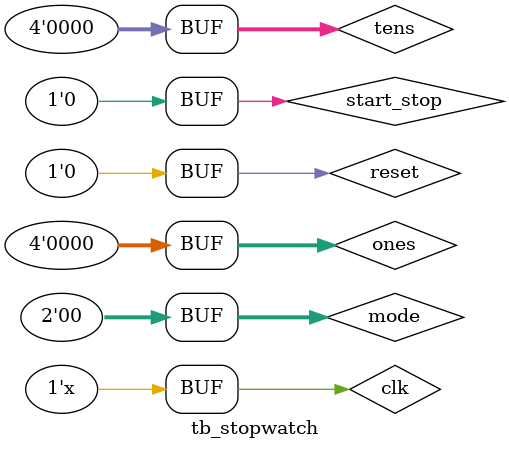
<source format=v>
`timescale 1ns / 1ps

module tb_stopwatch;

wire [8:0] count;
reg clk = 0;
reg reset = 0;
reg start_stop  = 0;
reg [1:0] mode = 0;
reg [3:0] tens = 0;
reg [3:0] ones = 0;

stopwatch uut(.clk(clk), .reset(reset), .start_stop(start_stop), .mode(mode), .left(left), .right(right), .select(select), .an(an), .sseg(sseg), .dp(dp));

always #5 clk = ~clk;

initial begin
    reset = 1;
    #100
    reset = 0;
    #100
    start_stop = 1;
    #100
    start_stop = 0;
    
end
endmodule

</source>
